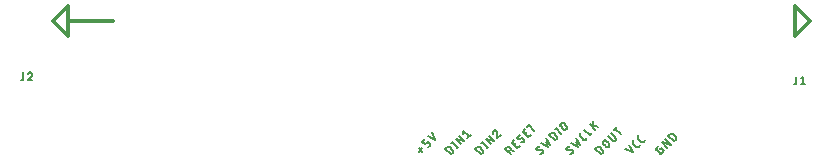
<source format=gbr>
G04 EAGLE Gerber RS-274X export*
G75*
%MOMM*%
%FSLAX34Y34*%
%LPD*%
%INSilkscreen Top*%
%IPPOS*%
%AMOC8*
5,1,8,0,0,1.08239X$1,22.5*%
G01*
%ADD10C,0.152400*%
%ADD11C,0.304800*%


D10*
X341084Y53694D02*
X344197Y56807D01*
X344197Y53694D02*
X341084Y56807D01*
X348677Y57655D02*
X350233Y59211D01*
X350234Y59211D02*
X350285Y59265D01*
X350334Y59321D01*
X350379Y59380D01*
X350422Y59441D01*
X350461Y59504D01*
X350497Y59569D01*
X350530Y59636D01*
X350559Y59704D01*
X350585Y59774D01*
X350607Y59845D01*
X350626Y59917D01*
X350641Y59990D01*
X350652Y60064D01*
X350660Y60138D01*
X350664Y60212D01*
X350664Y60286D01*
X350660Y60360D01*
X350652Y60434D01*
X350641Y60508D01*
X350626Y60581D01*
X350607Y60653D01*
X350585Y60724D01*
X350559Y60794D01*
X350530Y60862D01*
X350497Y60929D01*
X350461Y60994D01*
X350422Y61057D01*
X350379Y61118D01*
X350334Y61177D01*
X350285Y61233D01*
X350234Y61287D01*
X350233Y61286D02*
X349715Y61805D01*
X349715Y61806D02*
X349661Y61857D01*
X349605Y61906D01*
X349546Y61951D01*
X349485Y61994D01*
X349422Y62033D01*
X349357Y62069D01*
X349290Y62102D01*
X349222Y62131D01*
X349152Y62157D01*
X349081Y62179D01*
X349009Y62198D01*
X348936Y62213D01*
X348862Y62224D01*
X348788Y62232D01*
X348714Y62236D01*
X348640Y62236D01*
X348566Y62232D01*
X348492Y62224D01*
X348418Y62213D01*
X348345Y62198D01*
X348273Y62179D01*
X348202Y62157D01*
X348132Y62131D01*
X348064Y62102D01*
X347997Y62069D01*
X347932Y62033D01*
X347869Y61994D01*
X347808Y61951D01*
X347749Y61906D01*
X347693Y61857D01*
X347639Y61806D01*
X347639Y61805D02*
X346083Y60249D01*
X344007Y62324D01*
X346601Y64919D01*
X348920Y67237D02*
X355147Y64124D01*
X352033Y70351D01*
X363630Y56547D02*
X368300Y51878D01*
X363630Y56547D02*
X364927Y57845D01*
X364928Y57844D02*
X364989Y57902D01*
X365053Y57958D01*
X365120Y58011D01*
X365189Y58060D01*
X365260Y58106D01*
X365333Y58149D01*
X365408Y58189D01*
X365484Y58225D01*
X365562Y58257D01*
X365642Y58286D01*
X365723Y58311D01*
X365805Y58332D01*
X365888Y58350D01*
X365972Y58363D01*
X366056Y58373D01*
X366140Y58379D01*
X366225Y58381D01*
X366310Y58379D01*
X366394Y58373D01*
X366478Y58363D01*
X366562Y58350D01*
X366645Y58332D01*
X366727Y58311D01*
X366808Y58286D01*
X366888Y58257D01*
X366966Y58225D01*
X367043Y58189D01*
X367117Y58149D01*
X367191Y58106D01*
X367261Y58060D01*
X367330Y58011D01*
X367397Y57958D01*
X367461Y57902D01*
X367522Y57844D01*
X369597Y55769D01*
X369655Y55708D01*
X369711Y55644D01*
X369764Y55577D01*
X369813Y55508D01*
X369859Y55437D01*
X369902Y55364D01*
X369942Y55289D01*
X369978Y55213D01*
X370010Y55135D01*
X370039Y55055D01*
X370064Y54974D01*
X370085Y54892D01*
X370103Y54809D01*
X370116Y54725D01*
X370126Y54641D01*
X370132Y54557D01*
X370134Y54472D01*
X370132Y54387D01*
X370126Y54303D01*
X370116Y54219D01*
X370103Y54135D01*
X370085Y54052D01*
X370064Y53970D01*
X370039Y53889D01*
X370010Y53809D01*
X369978Y53731D01*
X369942Y53655D01*
X369902Y53580D01*
X369859Y53507D01*
X369813Y53436D01*
X369764Y53367D01*
X369711Y53300D01*
X369655Y53236D01*
X369597Y53175D01*
X368300Y51878D01*
X373908Y57485D02*
X369238Y62155D01*
X374426Y58004D02*
X373389Y56966D01*
X368719Y61636D02*
X369757Y62674D01*
X372251Y65168D02*
X376921Y60499D01*
X379515Y63093D02*
X372251Y65168D01*
X374845Y67763D02*
X379515Y63093D01*
X378634Y69476D02*
X378893Y71811D01*
X383563Y67141D01*
X382266Y65844D02*
X384860Y68438D01*
X389030Y56547D02*
X393700Y51878D01*
X389030Y56547D02*
X390327Y57845D01*
X390328Y57844D02*
X390389Y57902D01*
X390453Y57958D01*
X390520Y58011D01*
X390589Y58060D01*
X390660Y58106D01*
X390733Y58149D01*
X390808Y58189D01*
X390884Y58225D01*
X390962Y58257D01*
X391042Y58286D01*
X391123Y58311D01*
X391205Y58332D01*
X391288Y58350D01*
X391372Y58363D01*
X391456Y58373D01*
X391540Y58379D01*
X391625Y58381D01*
X391710Y58379D01*
X391794Y58373D01*
X391878Y58363D01*
X391962Y58350D01*
X392045Y58332D01*
X392127Y58311D01*
X392208Y58286D01*
X392288Y58257D01*
X392366Y58225D01*
X392443Y58189D01*
X392517Y58149D01*
X392591Y58106D01*
X392661Y58060D01*
X392730Y58011D01*
X392797Y57958D01*
X392861Y57902D01*
X392922Y57844D01*
X394997Y55769D01*
X395055Y55708D01*
X395111Y55644D01*
X395164Y55577D01*
X395213Y55508D01*
X395259Y55437D01*
X395302Y55364D01*
X395342Y55289D01*
X395378Y55213D01*
X395410Y55135D01*
X395439Y55055D01*
X395464Y54974D01*
X395485Y54892D01*
X395503Y54809D01*
X395516Y54725D01*
X395526Y54641D01*
X395532Y54557D01*
X395534Y54472D01*
X395532Y54387D01*
X395526Y54303D01*
X395516Y54219D01*
X395503Y54135D01*
X395485Y54052D01*
X395464Y53970D01*
X395439Y53889D01*
X395410Y53809D01*
X395378Y53731D01*
X395342Y53655D01*
X395302Y53580D01*
X395259Y53507D01*
X395213Y53436D01*
X395164Y53367D01*
X395111Y53300D01*
X395055Y53236D01*
X394997Y53175D01*
X393700Y51878D01*
X399308Y57485D02*
X394638Y62155D01*
X399826Y58004D02*
X398789Y56966D01*
X394119Y61636D02*
X395157Y62674D01*
X397651Y65168D02*
X402321Y60499D01*
X404915Y63093D02*
X397651Y65168D01*
X400245Y67763D02*
X404915Y63093D01*
X404424Y71940D02*
X404480Y71995D01*
X404540Y72046D01*
X404602Y72095D01*
X404666Y72140D01*
X404732Y72183D01*
X404800Y72222D01*
X404870Y72258D01*
X404941Y72291D01*
X405014Y72320D01*
X405088Y72346D01*
X405164Y72368D01*
X405240Y72386D01*
X405317Y72401D01*
X405395Y72412D01*
X405473Y72420D01*
X405552Y72424D01*
X405630Y72424D01*
X405709Y72420D01*
X405787Y72412D01*
X405865Y72401D01*
X405942Y72386D01*
X406018Y72368D01*
X406094Y72346D01*
X406168Y72320D01*
X406241Y72291D01*
X406312Y72258D01*
X406382Y72222D01*
X406450Y72183D01*
X406516Y72140D01*
X406580Y72095D01*
X406642Y72046D01*
X406702Y71995D01*
X406758Y71940D01*
X404423Y71940D02*
X404362Y71876D01*
X404303Y71809D01*
X404247Y71740D01*
X404194Y71668D01*
X404144Y71595D01*
X404097Y71519D01*
X404054Y71442D01*
X404013Y71363D01*
X403976Y71282D01*
X403943Y71199D01*
X403913Y71116D01*
X403886Y71031D01*
X403863Y70945D01*
X403844Y70858D01*
X403828Y70771D01*
X403816Y70683D01*
X403808Y70594D01*
X403803Y70505D01*
X403802Y70416D01*
X403805Y70328D01*
X403812Y70239D01*
X403822Y70151D01*
X403836Y70063D01*
X403853Y69976D01*
X403875Y69889D01*
X403900Y69804D01*
X403928Y69720D01*
X403960Y69637D01*
X403995Y69555D01*
X404034Y69475D01*
X407277Y70643D02*
X407278Y70723D01*
X407274Y70802D01*
X407267Y70882D01*
X407257Y70961D01*
X407242Y71039D01*
X407225Y71117D01*
X407204Y71194D01*
X407179Y71270D01*
X407151Y71345D01*
X407120Y71418D01*
X407085Y71490D01*
X407047Y71560D01*
X407007Y71629D01*
X406963Y71696D01*
X406916Y71760D01*
X406866Y71823D01*
X406814Y71883D01*
X406758Y71940D01*
X407277Y70643D02*
X407666Y65844D01*
X410260Y68438D01*
X414430Y56547D02*
X419100Y51878D01*
X414430Y56547D02*
X415727Y57845D01*
X415728Y57844D02*
X415789Y57902D01*
X415853Y57958D01*
X415920Y58011D01*
X415989Y58060D01*
X416060Y58106D01*
X416133Y58149D01*
X416208Y58189D01*
X416284Y58225D01*
X416362Y58257D01*
X416442Y58286D01*
X416523Y58311D01*
X416605Y58332D01*
X416688Y58350D01*
X416772Y58363D01*
X416856Y58373D01*
X416940Y58379D01*
X417025Y58381D01*
X417110Y58379D01*
X417194Y58373D01*
X417278Y58363D01*
X417362Y58350D01*
X417445Y58332D01*
X417527Y58311D01*
X417608Y58286D01*
X417688Y58257D01*
X417766Y58225D01*
X417842Y58189D01*
X417917Y58149D01*
X417990Y58106D01*
X418061Y58060D01*
X418130Y58011D01*
X418197Y57958D01*
X418261Y57902D01*
X418322Y57844D01*
X418380Y57783D01*
X418436Y57719D01*
X418489Y57652D01*
X418538Y57583D01*
X418584Y57512D01*
X418627Y57439D01*
X418667Y57364D01*
X418703Y57288D01*
X418735Y57210D01*
X418764Y57130D01*
X418789Y57049D01*
X418810Y56967D01*
X418828Y56884D01*
X418841Y56800D01*
X418851Y56716D01*
X418857Y56632D01*
X418859Y56547D01*
X418857Y56462D01*
X418851Y56378D01*
X418841Y56294D01*
X418828Y56210D01*
X418810Y56127D01*
X418789Y56045D01*
X418764Y55964D01*
X418735Y55884D01*
X418703Y55806D01*
X418667Y55729D01*
X418627Y55655D01*
X418584Y55582D01*
X418538Y55511D01*
X418489Y55442D01*
X418436Y55375D01*
X418380Y55311D01*
X418322Y55250D01*
X417025Y53953D01*
X418581Y55510D02*
X421694Y54472D01*
X424406Y57184D02*
X426482Y59259D01*
X424406Y57184D02*
X419737Y61854D01*
X421812Y63929D01*
X423369Y61335D02*
X421812Y59778D01*
X430084Y62861D02*
X430135Y62915D01*
X430184Y62971D01*
X430229Y63030D01*
X430272Y63091D01*
X430311Y63154D01*
X430347Y63219D01*
X430380Y63286D01*
X430409Y63354D01*
X430435Y63424D01*
X430457Y63495D01*
X430476Y63567D01*
X430491Y63640D01*
X430502Y63714D01*
X430510Y63788D01*
X430514Y63862D01*
X430514Y63936D01*
X430510Y64010D01*
X430502Y64084D01*
X430491Y64158D01*
X430476Y64231D01*
X430457Y64303D01*
X430435Y64374D01*
X430409Y64444D01*
X430380Y64512D01*
X430347Y64579D01*
X430311Y64644D01*
X430272Y64707D01*
X430229Y64768D01*
X430184Y64827D01*
X430135Y64883D01*
X430084Y64937D01*
X430084Y62862D02*
X430004Y62785D01*
X429921Y62710D01*
X429836Y62639D01*
X429748Y62571D01*
X429658Y62506D01*
X429565Y62444D01*
X429470Y62386D01*
X429374Y62331D01*
X429275Y62280D01*
X429174Y62232D01*
X429072Y62188D01*
X428969Y62147D01*
X428864Y62110D01*
X428757Y62077D01*
X428650Y62048D01*
X428542Y62023D01*
X428433Y62001D01*
X428323Y61984D01*
X428212Y61971D01*
X428101Y61961D01*
X427990Y61956D01*
X427879Y61954D01*
X425025Y65066D02*
X424974Y65120D01*
X424925Y65176D01*
X424880Y65235D01*
X424837Y65296D01*
X424798Y65359D01*
X424762Y65424D01*
X424729Y65491D01*
X424700Y65559D01*
X424674Y65629D01*
X424652Y65700D01*
X424633Y65772D01*
X424618Y65845D01*
X424607Y65919D01*
X424599Y65993D01*
X424595Y66067D01*
X424595Y66141D01*
X424599Y66215D01*
X424607Y66289D01*
X424618Y66363D01*
X424633Y66436D01*
X424652Y66508D01*
X424674Y66579D01*
X424700Y66649D01*
X424729Y66717D01*
X424762Y66784D01*
X424798Y66849D01*
X424837Y66912D01*
X424880Y66973D01*
X424925Y67032D01*
X424974Y67088D01*
X425025Y67142D01*
X425100Y67214D01*
X425177Y67284D01*
X425258Y67350D01*
X425340Y67413D01*
X425425Y67473D01*
X425513Y67530D01*
X425602Y67584D01*
X425693Y67634D01*
X425787Y67680D01*
X425881Y67723D01*
X425978Y67763D01*
X426076Y67799D01*
X426175Y67831D01*
X426275Y67859D01*
X426376Y67883D01*
X426478Y67904D01*
X426581Y67920D01*
X426452Y64677D02*
X426380Y64661D01*
X426308Y64648D01*
X426235Y64638D01*
X426161Y64632D01*
X426087Y64630D01*
X426014Y64631D01*
X425940Y64636D01*
X425867Y64645D01*
X425794Y64657D01*
X425722Y64673D01*
X425651Y64693D01*
X425581Y64716D01*
X425512Y64742D01*
X425445Y64772D01*
X425379Y64805D01*
X425315Y64841D01*
X425252Y64880D01*
X425192Y64922D01*
X425134Y64968D01*
X425078Y65016D01*
X425025Y65067D01*
X428657Y65327D02*
X428729Y65343D01*
X428801Y65356D01*
X428874Y65366D01*
X428948Y65372D01*
X429022Y65374D01*
X429095Y65373D01*
X429169Y65368D01*
X429242Y65359D01*
X429315Y65347D01*
X429387Y65331D01*
X429458Y65311D01*
X429528Y65288D01*
X429597Y65262D01*
X429664Y65232D01*
X429730Y65199D01*
X429794Y65163D01*
X429857Y65124D01*
X429917Y65082D01*
X429975Y65036D01*
X430031Y64988D01*
X430084Y64937D01*
X428657Y65326D02*
X426452Y64678D01*
X433717Y66495D02*
X435792Y68570D01*
X433717Y66495D02*
X429047Y71164D01*
X431123Y73240D01*
X432679Y70645D02*
X431123Y69089D01*
X434293Y76410D02*
X438963Y71740D01*
X432996Y75113D02*
X435590Y77707D01*
X446057Y55510D02*
X446108Y55456D01*
X446157Y55400D01*
X446202Y55341D01*
X446245Y55280D01*
X446284Y55217D01*
X446320Y55152D01*
X446353Y55085D01*
X446382Y55017D01*
X446408Y54947D01*
X446430Y54876D01*
X446449Y54804D01*
X446464Y54731D01*
X446475Y54657D01*
X446483Y54583D01*
X446487Y54509D01*
X446487Y54435D01*
X446483Y54361D01*
X446475Y54287D01*
X446464Y54213D01*
X446449Y54140D01*
X446430Y54068D01*
X446408Y53997D01*
X446382Y53927D01*
X446353Y53859D01*
X446320Y53792D01*
X446284Y53727D01*
X446245Y53664D01*
X446202Y53603D01*
X446157Y53544D01*
X446108Y53488D01*
X446057Y53434D01*
X446056Y53434D02*
X445976Y53357D01*
X445893Y53282D01*
X445808Y53211D01*
X445720Y53143D01*
X445630Y53078D01*
X445537Y53016D01*
X445442Y52958D01*
X445346Y52903D01*
X445247Y52852D01*
X445146Y52804D01*
X445044Y52760D01*
X444941Y52719D01*
X444836Y52682D01*
X444729Y52649D01*
X444622Y52620D01*
X444514Y52595D01*
X444405Y52573D01*
X444295Y52556D01*
X444184Y52543D01*
X444073Y52533D01*
X443962Y52528D01*
X443851Y52526D01*
X440998Y55639D02*
X440947Y55693D01*
X440898Y55749D01*
X440853Y55808D01*
X440810Y55869D01*
X440771Y55932D01*
X440735Y55997D01*
X440702Y56064D01*
X440673Y56132D01*
X440647Y56202D01*
X440625Y56273D01*
X440606Y56345D01*
X440591Y56418D01*
X440580Y56492D01*
X440572Y56566D01*
X440568Y56640D01*
X440568Y56714D01*
X440572Y56788D01*
X440580Y56862D01*
X440591Y56936D01*
X440606Y57009D01*
X440625Y57081D01*
X440647Y57152D01*
X440673Y57222D01*
X440702Y57290D01*
X440735Y57357D01*
X440771Y57422D01*
X440810Y57485D01*
X440853Y57546D01*
X440898Y57605D01*
X440947Y57661D01*
X440998Y57715D01*
X441073Y57787D01*
X441150Y57857D01*
X441231Y57923D01*
X441313Y57986D01*
X441398Y58046D01*
X441486Y58103D01*
X441575Y58157D01*
X441666Y58207D01*
X441760Y58253D01*
X441854Y58296D01*
X441951Y58336D01*
X442049Y58372D01*
X442148Y58404D01*
X442248Y58432D01*
X442349Y58456D01*
X442451Y58477D01*
X442554Y58493D01*
X442425Y55249D02*
X442353Y55233D01*
X442281Y55220D01*
X442208Y55210D01*
X442134Y55204D01*
X442060Y55202D01*
X441987Y55203D01*
X441913Y55208D01*
X441840Y55217D01*
X441767Y55229D01*
X441695Y55245D01*
X441624Y55265D01*
X441554Y55288D01*
X441485Y55314D01*
X441418Y55344D01*
X441352Y55377D01*
X441288Y55413D01*
X441225Y55452D01*
X441165Y55494D01*
X441107Y55540D01*
X441051Y55588D01*
X440998Y55639D01*
X444630Y55899D02*
X444702Y55915D01*
X444774Y55928D01*
X444847Y55938D01*
X444921Y55944D01*
X444995Y55946D01*
X445068Y55945D01*
X445142Y55940D01*
X445215Y55931D01*
X445288Y55919D01*
X445360Y55903D01*
X445431Y55883D01*
X445501Y55860D01*
X445570Y55834D01*
X445637Y55804D01*
X445703Y55771D01*
X445767Y55735D01*
X445830Y55696D01*
X445890Y55654D01*
X445948Y55608D01*
X446004Y55560D01*
X446057Y55509D01*
X444630Y55899D02*
X442425Y55250D01*
X444742Y61459D02*
X450449Y57827D01*
X448374Y61978D01*
X452525Y59902D01*
X448893Y65610D01*
X451555Y68272D02*
X456224Y63602D01*
X451555Y68272D02*
X452852Y69569D01*
X452913Y69627D01*
X452977Y69683D01*
X453044Y69736D01*
X453113Y69785D01*
X453184Y69831D01*
X453257Y69874D01*
X453332Y69914D01*
X453408Y69950D01*
X453486Y69982D01*
X453566Y70011D01*
X453647Y70036D01*
X453729Y70057D01*
X453812Y70075D01*
X453896Y70088D01*
X453980Y70098D01*
X454064Y70104D01*
X454149Y70106D01*
X454234Y70104D01*
X454318Y70098D01*
X454402Y70088D01*
X454486Y70075D01*
X454569Y70057D01*
X454651Y70036D01*
X454732Y70011D01*
X454812Y69982D01*
X454890Y69950D01*
X454967Y69914D01*
X455041Y69874D01*
X455115Y69831D01*
X455185Y69785D01*
X455254Y69736D01*
X455321Y69683D01*
X455385Y69627D01*
X455446Y69569D01*
X457522Y67494D01*
X457521Y67493D02*
X457579Y67432D01*
X457635Y67368D01*
X457688Y67301D01*
X457737Y67232D01*
X457783Y67161D01*
X457826Y67088D01*
X457866Y67013D01*
X457902Y66937D01*
X457934Y66859D01*
X457963Y66779D01*
X457988Y66698D01*
X458009Y66616D01*
X458027Y66533D01*
X458040Y66449D01*
X458050Y66365D01*
X458056Y66281D01*
X458058Y66196D01*
X458056Y66111D01*
X458050Y66027D01*
X458040Y65943D01*
X458027Y65859D01*
X458009Y65776D01*
X457988Y65694D01*
X457963Y65613D01*
X457934Y65533D01*
X457902Y65455D01*
X457866Y65379D01*
X457826Y65304D01*
X457783Y65231D01*
X457737Y65160D01*
X457688Y65091D01*
X457635Y65024D01*
X457579Y64960D01*
X457521Y64899D01*
X457522Y64899D02*
X456224Y63602D01*
X461832Y69210D02*
X457162Y73879D01*
X461313Y68691D02*
X462351Y69729D01*
X457681Y74398D02*
X456644Y73361D01*
X461300Y75423D02*
X463376Y73348D01*
X461301Y75423D02*
X461243Y75484D01*
X461187Y75548D01*
X461134Y75615D01*
X461085Y75684D01*
X461039Y75755D01*
X460996Y75828D01*
X460956Y75903D01*
X460920Y75979D01*
X460888Y76057D01*
X460859Y76137D01*
X460834Y76218D01*
X460813Y76300D01*
X460795Y76383D01*
X460782Y76467D01*
X460772Y76551D01*
X460766Y76635D01*
X460764Y76720D01*
X460766Y76805D01*
X460772Y76889D01*
X460782Y76973D01*
X460795Y77057D01*
X460813Y77140D01*
X460834Y77222D01*
X460859Y77303D01*
X460888Y77383D01*
X460920Y77461D01*
X460956Y77537D01*
X460996Y77612D01*
X461039Y77685D01*
X461085Y77756D01*
X461134Y77825D01*
X461187Y77892D01*
X461243Y77956D01*
X461301Y78017D01*
X461362Y78075D01*
X461426Y78131D01*
X461493Y78184D01*
X461562Y78233D01*
X461633Y78279D01*
X461706Y78322D01*
X461781Y78362D01*
X461857Y78398D01*
X461935Y78430D01*
X462015Y78459D01*
X462096Y78484D01*
X462178Y78505D01*
X462261Y78523D01*
X462345Y78536D01*
X462429Y78546D01*
X462513Y78552D01*
X462598Y78554D01*
X462683Y78552D01*
X462767Y78546D01*
X462851Y78536D01*
X462935Y78523D01*
X463018Y78505D01*
X463100Y78484D01*
X463181Y78459D01*
X463261Y78430D01*
X463339Y78398D01*
X463415Y78362D01*
X463490Y78322D01*
X463563Y78279D01*
X463634Y78233D01*
X463703Y78184D01*
X463770Y78131D01*
X463834Y78075D01*
X463895Y78017D01*
X463895Y78018D02*
X465970Y75942D01*
X466028Y75881D01*
X466084Y75817D01*
X466137Y75750D01*
X466186Y75681D01*
X466232Y75610D01*
X466275Y75537D01*
X466315Y75462D01*
X466351Y75386D01*
X466383Y75308D01*
X466412Y75228D01*
X466437Y75147D01*
X466458Y75065D01*
X466476Y74982D01*
X466489Y74898D01*
X466499Y74814D01*
X466505Y74730D01*
X466507Y74645D01*
X466505Y74560D01*
X466499Y74476D01*
X466489Y74392D01*
X466476Y74308D01*
X466458Y74225D01*
X466437Y74143D01*
X466412Y74062D01*
X466383Y73982D01*
X466351Y73904D01*
X466315Y73828D01*
X466275Y73753D01*
X466232Y73680D01*
X466186Y73609D01*
X466137Y73540D01*
X466084Y73473D01*
X466028Y73409D01*
X465970Y73348D01*
X465909Y73290D01*
X465845Y73234D01*
X465778Y73181D01*
X465709Y73132D01*
X465638Y73086D01*
X465565Y73043D01*
X465490Y73003D01*
X465414Y72967D01*
X465336Y72935D01*
X465256Y72906D01*
X465175Y72881D01*
X465093Y72860D01*
X465010Y72842D01*
X464926Y72829D01*
X464842Y72819D01*
X464758Y72813D01*
X464673Y72811D01*
X464588Y72813D01*
X464504Y72819D01*
X464420Y72829D01*
X464336Y72842D01*
X464253Y72860D01*
X464171Y72881D01*
X464090Y72906D01*
X464010Y72935D01*
X463932Y72967D01*
X463856Y73003D01*
X463781Y73043D01*
X463708Y73086D01*
X463637Y73132D01*
X463568Y73181D01*
X463501Y73234D01*
X463437Y73290D01*
X463376Y73348D01*
X471457Y55510D02*
X471508Y55456D01*
X471557Y55400D01*
X471602Y55341D01*
X471645Y55280D01*
X471684Y55217D01*
X471720Y55152D01*
X471753Y55085D01*
X471782Y55017D01*
X471808Y54947D01*
X471830Y54876D01*
X471849Y54804D01*
X471864Y54731D01*
X471875Y54657D01*
X471883Y54583D01*
X471887Y54509D01*
X471887Y54435D01*
X471883Y54361D01*
X471875Y54287D01*
X471864Y54213D01*
X471849Y54140D01*
X471830Y54068D01*
X471808Y53997D01*
X471782Y53927D01*
X471753Y53859D01*
X471720Y53792D01*
X471684Y53727D01*
X471645Y53664D01*
X471602Y53603D01*
X471557Y53544D01*
X471508Y53488D01*
X471457Y53434D01*
X471456Y53434D02*
X471376Y53357D01*
X471293Y53282D01*
X471208Y53211D01*
X471120Y53143D01*
X471030Y53078D01*
X470937Y53016D01*
X470842Y52958D01*
X470746Y52903D01*
X470647Y52852D01*
X470546Y52804D01*
X470444Y52760D01*
X470341Y52719D01*
X470236Y52682D01*
X470129Y52649D01*
X470022Y52620D01*
X469914Y52595D01*
X469805Y52573D01*
X469695Y52556D01*
X469584Y52543D01*
X469473Y52533D01*
X469362Y52528D01*
X469251Y52526D01*
X466398Y55639D02*
X466347Y55693D01*
X466298Y55749D01*
X466253Y55808D01*
X466210Y55869D01*
X466171Y55932D01*
X466135Y55997D01*
X466102Y56064D01*
X466073Y56132D01*
X466047Y56202D01*
X466025Y56273D01*
X466006Y56345D01*
X465991Y56418D01*
X465980Y56492D01*
X465972Y56566D01*
X465968Y56640D01*
X465968Y56714D01*
X465972Y56788D01*
X465980Y56862D01*
X465991Y56936D01*
X466006Y57009D01*
X466025Y57081D01*
X466047Y57152D01*
X466073Y57222D01*
X466102Y57290D01*
X466135Y57357D01*
X466171Y57422D01*
X466210Y57485D01*
X466253Y57546D01*
X466298Y57605D01*
X466347Y57661D01*
X466398Y57715D01*
X466473Y57787D01*
X466550Y57857D01*
X466631Y57923D01*
X466713Y57986D01*
X466798Y58046D01*
X466886Y58103D01*
X466975Y58157D01*
X467066Y58207D01*
X467160Y58253D01*
X467254Y58296D01*
X467351Y58336D01*
X467449Y58372D01*
X467548Y58404D01*
X467648Y58432D01*
X467749Y58456D01*
X467851Y58477D01*
X467954Y58493D01*
X467825Y55249D02*
X467753Y55233D01*
X467681Y55220D01*
X467608Y55210D01*
X467534Y55204D01*
X467460Y55202D01*
X467387Y55203D01*
X467313Y55208D01*
X467240Y55217D01*
X467167Y55229D01*
X467095Y55245D01*
X467024Y55265D01*
X466954Y55288D01*
X466885Y55314D01*
X466818Y55344D01*
X466752Y55377D01*
X466688Y55413D01*
X466625Y55452D01*
X466565Y55494D01*
X466507Y55540D01*
X466451Y55588D01*
X466398Y55639D01*
X470030Y55899D02*
X470102Y55915D01*
X470174Y55928D01*
X470247Y55938D01*
X470321Y55944D01*
X470395Y55946D01*
X470468Y55945D01*
X470542Y55940D01*
X470615Y55931D01*
X470688Y55919D01*
X470760Y55903D01*
X470831Y55883D01*
X470901Y55860D01*
X470970Y55834D01*
X471037Y55804D01*
X471103Y55771D01*
X471167Y55735D01*
X471230Y55696D01*
X471290Y55654D01*
X471348Y55608D01*
X471404Y55560D01*
X471457Y55509D01*
X470030Y55899D02*
X467825Y55250D01*
X470142Y61459D02*
X475849Y57827D01*
X473774Y61978D01*
X477925Y59902D01*
X474293Y65610D01*
X482465Y64442D02*
X483502Y65480D01*
X482465Y64442D02*
X482411Y64391D01*
X482355Y64342D01*
X482296Y64297D01*
X482235Y64254D01*
X482172Y64215D01*
X482107Y64179D01*
X482040Y64146D01*
X481972Y64117D01*
X481902Y64091D01*
X481831Y64069D01*
X481759Y64050D01*
X481686Y64035D01*
X481612Y64024D01*
X481538Y64016D01*
X481464Y64012D01*
X481390Y64012D01*
X481316Y64016D01*
X481242Y64024D01*
X481168Y64035D01*
X481095Y64050D01*
X481023Y64069D01*
X480952Y64091D01*
X480882Y64117D01*
X480814Y64146D01*
X480747Y64179D01*
X480682Y64215D01*
X480619Y64254D01*
X480558Y64297D01*
X480499Y64342D01*
X480443Y64391D01*
X480389Y64442D01*
X477795Y67037D01*
X477795Y67036D02*
X477744Y67090D01*
X477695Y67146D01*
X477650Y67205D01*
X477607Y67266D01*
X477568Y67329D01*
X477532Y67394D01*
X477499Y67461D01*
X477470Y67529D01*
X477444Y67599D01*
X477422Y67670D01*
X477403Y67742D01*
X477388Y67815D01*
X477377Y67889D01*
X477369Y67963D01*
X477365Y68037D01*
X477365Y68111D01*
X477369Y68185D01*
X477377Y68259D01*
X477388Y68333D01*
X477403Y68406D01*
X477422Y68478D01*
X477444Y68549D01*
X477470Y68619D01*
X477499Y68687D01*
X477532Y68754D01*
X477568Y68819D01*
X477607Y68882D01*
X477650Y68943D01*
X477695Y69002D01*
X477744Y69058D01*
X477795Y69112D01*
X478833Y70150D01*
X481282Y72599D02*
X485952Y67930D01*
X488027Y70005D01*
X490546Y72524D02*
X485876Y77193D01*
X488471Y79788D02*
X488730Y74340D01*
X488730Y76415D02*
X493140Y75118D01*
X490630Y56547D02*
X495300Y51878D01*
X490630Y56547D02*
X491927Y57845D01*
X491928Y57844D02*
X491989Y57902D01*
X492053Y57958D01*
X492120Y58011D01*
X492189Y58060D01*
X492260Y58106D01*
X492333Y58149D01*
X492408Y58189D01*
X492484Y58225D01*
X492562Y58257D01*
X492642Y58286D01*
X492723Y58311D01*
X492805Y58332D01*
X492888Y58350D01*
X492972Y58363D01*
X493056Y58373D01*
X493140Y58379D01*
X493225Y58381D01*
X493310Y58379D01*
X493394Y58373D01*
X493478Y58363D01*
X493562Y58350D01*
X493645Y58332D01*
X493727Y58311D01*
X493808Y58286D01*
X493888Y58257D01*
X493966Y58225D01*
X494043Y58189D01*
X494117Y58149D01*
X494191Y58106D01*
X494261Y58060D01*
X494330Y58011D01*
X494397Y57958D01*
X494461Y57902D01*
X494522Y57844D01*
X496597Y55769D01*
X496655Y55708D01*
X496711Y55644D01*
X496764Y55577D01*
X496813Y55508D01*
X496859Y55437D01*
X496902Y55364D01*
X496942Y55289D01*
X496978Y55213D01*
X497010Y55135D01*
X497039Y55055D01*
X497064Y54974D01*
X497085Y54892D01*
X497103Y54809D01*
X497116Y54725D01*
X497126Y54641D01*
X497132Y54557D01*
X497134Y54472D01*
X497132Y54387D01*
X497126Y54303D01*
X497116Y54219D01*
X497103Y54135D01*
X497085Y54052D01*
X497064Y53970D01*
X497039Y53889D01*
X497010Y53809D01*
X496978Y53731D01*
X496942Y53655D01*
X496902Y53580D01*
X496859Y53507D01*
X496813Y53436D01*
X496764Y53367D01*
X496711Y53300D01*
X496655Y53236D01*
X496597Y53175D01*
X495300Y51878D01*
X499348Y58520D02*
X497272Y60595D01*
X497273Y60595D02*
X497215Y60656D01*
X497159Y60720D01*
X497106Y60787D01*
X497057Y60856D01*
X497011Y60927D01*
X496968Y61000D01*
X496928Y61075D01*
X496892Y61151D01*
X496860Y61229D01*
X496831Y61309D01*
X496806Y61390D01*
X496785Y61472D01*
X496767Y61555D01*
X496754Y61639D01*
X496744Y61723D01*
X496738Y61807D01*
X496736Y61892D01*
X496738Y61977D01*
X496744Y62061D01*
X496754Y62145D01*
X496767Y62229D01*
X496785Y62312D01*
X496806Y62394D01*
X496831Y62475D01*
X496860Y62555D01*
X496892Y62633D01*
X496928Y62709D01*
X496968Y62784D01*
X497011Y62857D01*
X497057Y62928D01*
X497106Y62997D01*
X497159Y63064D01*
X497215Y63128D01*
X497273Y63189D01*
X497334Y63247D01*
X497398Y63303D01*
X497465Y63356D01*
X497534Y63405D01*
X497605Y63451D01*
X497678Y63494D01*
X497753Y63534D01*
X497829Y63570D01*
X497907Y63602D01*
X497987Y63631D01*
X498068Y63656D01*
X498150Y63677D01*
X498233Y63695D01*
X498317Y63708D01*
X498401Y63718D01*
X498485Y63724D01*
X498570Y63726D01*
X498655Y63724D01*
X498739Y63718D01*
X498823Y63708D01*
X498907Y63695D01*
X498990Y63677D01*
X499072Y63656D01*
X499153Y63631D01*
X499233Y63602D01*
X499311Y63570D01*
X499387Y63534D01*
X499462Y63494D01*
X499535Y63451D01*
X499606Y63405D01*
X499675Y63356D01*
X499742Y63303D01*
X499806Y63247D01*
X499867Y63189D01*
X499867Y63190D02*
X501942Y61114D01*
X502000Y61053D01*
X502056Y60989D01*
X502109Y60922D01*
X502158Y60853D01*
X502204Y60782D01*
X502247Y60709D01*
X502287Y60634D01*
X502323Y60558D01*
X502355Y60480D01*
X502384Y60400D01*
X502409Y60319D01*
X502430Y60237D01*
X502448Y60154D01*
X502461Y60070D01*
X502471Y59986D01*
X502477Y59902D01*
X502479Y59817D01*
X502477Y59732D01*
X502471Y59648D01*
X502461Y59564D01*
X502448Y59480D01*
X502430Y59397D01*
X502409Y59315D01*
X502384Y59234D01*
X502355Y59154D01*
X502323Y59076D01*
X502287Y59000D01*
X502247Y58925D01*
X502204Y58852D01*
X502158Y58781D01*
X502109Y58712D01*
X502056Y58645D01*
X502000Y58581D01*
X501942Y58520D01*
X501881Y58462D01*
X501817Y58406D01*
X501750Y58353D01*
X501681Y58304D01*
X501610Y58258D01*
X501537Y58215D01*
X501462Y58175D01*
X501386Y58139D01*
X501308Y58107D01*
X501228Y58078D01*
X501147Y58053D01*
X501065Y58032D01*
X500982Y58014D01*
X500898Y58001D01*
X500814Y57991D01*
X500730Y57985D01*
X500645Y57983D01*
X500560Y57985D01*
X500476Y57991D01*
X500392Y58001D01*
X500308Y58014D01*
X500225Y58032D01*
X500143Y58053D01*
X500062Y58078D01*
X499982Y58107D01*
X499904Y58139D01*
X499828Y58175D01*
X499753Y58215D01*
X499680Y58258D01*
X499609Y58304D01*
X499540Y58353D01*
X499473Y58406D01*
X499409Y58462D01*
X499348Y58520D01*
X504693Y63865D02*
X501320Y67237D01*
X504693Y63865D02*
X504754Y63807D01*
X504818Y63751D01*
X504885Y63698D01*
X504954Y63649D01*
X505025Y63603D01*
X505098Y63560D01*
X505173Y63520D01*
X505249Y63484D01*
X505327Y63452D01*
X505407Y63423D01*
X505488Y63398D01*
X505570Y63377D01*
X505653Y63359D01*
X505737Y63346D01*
X505821Y63336D01*
X505905Y63330D01*
X505990Y63328D01*
X506075Y63330D01*
X506159Y63336D01*
X506243Y63346D01*
X506327Y63359D01*
X506410Y63377D01*
X506492Y63398D01*
X506573Y63423D01*
X506653Y63452D01*
X506731Y63484D01*
X506807Y63520D01*
X506882Y63560D01*
X506955Y63603D01*
X507026Y63649D01*
X507095Y63698D01*
X507162Y63751D01*
X507226Y63807D01*
X507287Y63865D01*
X507345Y63926D01*
X507401Y63990D01*
X507454Y64057D01*
X507503Y64126D01*
X507549Y64197D01*
X507592Y64270D01*
X507632Y64345D01*
X507668Y64421D01*
X507700Y64499D01*
X507729Y64579D01*
X507754Y64660D01*
X507775Y64742D01*
X507793Y64825D01*
X507806Y64909D01*
X507816Y64993D01*
X507822Y65077D01*
X507824Y65162D01*
X507822Y65247D01*
X507816Y65331D01*
X507806Y65415D01*
X507793Y65499D01*
X507775Y65582D01*
X507754Y65664D01*
X507729Y65745D01*
X507700Y65825D01*
X507668Y65903D01*
X507632Y65979D01*
X507592Y66054D01*
X507549Y66127D01*
X507503Y66198D01*
X507454Y66267D01*
X507401Y66334D01*
X507345Y66398D01*
X507287Y66459D01*
X503915Y69832D01*
X507618Y73535D02*
X512287Y68865D01*
X508915Y74832D02*
X506320Y72238D01*
X516030Y56547D02*
X522257Y53434D01*
X519143Y59661D01*
X527145Y58322D02*
X528182Y59360D01*
X527145Y58322D02*
X527091Y58271D01*
X527035Y58222D01*
X526976Y58177D01*
X526915Y58134D01*
X526852Y58095D01*
X526787Y58059D01*
X526720Y58026D01*
X526652Y57997D01*
X526582Y57971D01*
X526511Y57949D01*
X526439Y57930D01*
X526366Y57915D01*
X526292Y57904D01*
X526218Y57896D01*
X526144Y57892D01*
X526070Y57892D01*
X525996Y57896D01*
X525922Y57904D01*
X525848Y57915D01*
X525775Y57930D01*
X525703Y57949D01*
X525632Y57971D01*
X525562Y57997D01*
X525494Y58026D01*
X525427Y58059D01*
X525362Y58095D01*
X525299Y58134D01*
X525238Y58177D01*
X525179Y58222D01*
X525123Y58271D01*
X525069Y58322D01*
X522475Y60917D01*
X522475Y60916D02*
X522424Y60970D01*
X522375Y61026D01*
X522330Y61085D01*
X522287Y61146D01*
X522248Y61209D01*
X522212Y61274D01*
X522179Y61341D01*
X522150Y61409D01*
X522124Y61479D01*
X522102Y61550D01*
X522083Y61622D01*
X522068Y61695D01*
X522057Y61769D01*
X522049Y61843D01*
X522045Y61917D01*
X522045Y61991D01*
X522049Y62065D01*
X522057Y62139D01*
X522068Y62213D01*
X522083Y62286D01*
X522102Y62358D01*
X522124Y62429D01*
X522150Y62499D01*
X522179Y62567D01*
X522212Y62634D01*
X522248Y62699D01*
X522287Y62762D01*
X522330Y62823D01*
X522375Y62882D01*
X522424Y62938D01*
X522475Y62992D01*
X523513Y64030D01*
X531455Y62633D02*
X532493Y63670D01*
X531455Y62632D02*
X531401Y62581D01*
X531345Y62532D01*
X531286Y62487D01*
X531225Y62444D01*
X531162Y62405D01*
X531097Y62369D01*
X531030Y62336D01*
X530962Y62307D01*
X530892Y62281D01*
X530821Y62259D01*
X530749Y62240D01*
X530676Y62225D01*
X530602Y62214D01*
X530528Y62206D01*
X530454Y62202D01*
X530380Y62202D01*
X530306Y62206D01*
X530232Y62214D01*
X530158Y62225D01*
X530085Y62240D01*
X530013Y62259D01*
X529942Y62281D01*
X529872Y62307D01*
X529804Y62336D01*
X529737Y62369D01*
X529672Y62405D01*
X529609Y62444D01*
X529548Y62487D01*
X529489Y62532D01*
X529433Y62581D01*
X529379Y62632D01*
X529380Y62633D02*
X526785Y65227D01*
X526734Y65281D01*
X526685Y65337D01*
X526640Y65396D01*
X526597Y65457D01*
X526558Y65520D01*
X526522Y65585D01*
X526489Y65652D01*
X526460Y65720D01*
X526434Y65790D01*
X526412Y65861D01*
X526393Y65933D01*
X526378Y66006D01*
X526367Y66080D01*
X526359Y66154D01*
X526355Y66228D01*
X526355Y66302D01*
X526359Y66376D01*
X526367Y66450D01*
X526378Y66524D01*
X526393Y66597D01*
X526412Y66669D01*
X526434Y66740D01*
X526460Y66810D01*
X526489Y66878D01*
X526522Y66945D01*
X526558Y67010D01*
X526597Y67073D01*
X526640Y67134D01*
X526685Y67193D01*
X526734Y67249D01*
X526785Y67303D01*
X526785Y67302D02*
X527823Y68340D01*
X545322Y56288D02*
X546100Y57066D01*
X548694Y54472D01*
X547138Y52915D01*
X547084Y52864D01*
X547028Y52815D01*
X546969Y52770D01*
X546908Y52727D01*
X546845Y52688D01*
X546780Y52652D01*
X546713Y52619D01*
X546645Y52590D01*
X546575Y52564D01*
X546504Y52542D01*
X546432Y52523D01*
X546359Y52508D01*
X546285Y52497D01*
X546211Y52489D01*
X546137Y52485D01*
X546063Y52485D01*
X545989Y52489D01*
X545915Y52497D01*
X545841Y52508D01*
X545768Y52523D01*
X545696Y52542D01*
X545625Y52564D01*
X545555Y52590D01*
X545487Y52619D01*
X545420Y52652D01*
X545355Y52688D01*
X545292Y52727D01*
X545231Y52770D01*
X545172Y52815D01*
X545116Y52864D01*
X545062Y52915D01*
X542468Y55510D01*
X542468Y55509D02*
X542417Y55563D01*
X542368Y55619D01*
X542323Y55678D01*
X542280Y55739D01*
X542241Y55802D01*
X542205Y55867D01*
X542172Y55934D01*
X542143Y56002D01*
X542117Y56072D01*
X542095Y56143D01*
X542076Y56215D01*
X542061Y56288D01*
X542050Y56362D01*
X542042Y56436D01*
X542038Y56510D01*
X542038Y56584D01*
X542042Y56658D01*
X542050Y56732D01*
X542061Y56806D01*
X542076Y56879D01*
X542095Y56951D01*
X542117Y57022D01*
X542143Y57092D01*
X542172Y57160D01*
X542205Y57227D01*
X542241Y57292D01*
X542280Y57355D01*
X542323Y57416D01*
X542368Y57475D01*
X542417Y57531D01*
X542468Y57585D01*
X544025Y59142D01*
X546948Y62065D02*
X551617Y57395D01*
X554212Y59989D02*
X546948Y62065D01*
X549542Y64659D02*
X554212Y59989D01*
X557135Y62913D02*
X552465Y67582D01*
X553762Y68879D01*
X553823Y68937D01*
X553887Y68993D01*
X553954Y69046D01*
X554023Y69095D01*
X554094Y69141D01*
X554167Y69184D01*
X554242Y69224D01*
X554318Y69260D01*
X554396Y69292D01*
X554476Y69321D01*
X554557Y69346D01*
X554639Y69367D01*
X554722Y69385D01*
X554806Y69398D01*
X554890Y69408D01*
X554974Y69414D01*
X555059Y69416D01*
X555144Y69414D01*
X555228Y69408D01*
X555312Y69398D01*
X555396Y69385D01*
X555479Y69367D01*
X555561Y69346D01*
X555642Y69321D01*
X555722Y69292D01*
X555800Y69260D01*
X555877Y69224D01*
X555951Y69184D01*
X556025Y69141D01*
X556095Y69095D01*
X556164Y69046D01*
X556231Y68993D01*
X556295Y68937D01*
X556356Y68879D01*
X556357Y68879D02*
X558432Y66804D01*
X558490Y66743D01*
X558546Y66679D01*
X558599Y66612D01*
X558648Y66543D01*
X558694Y66472D01*
X558737Y66399D01*
X558777Y66324D01*
X558813Y66248D01*
X558845Y66170D01*
X558874Y66090D01*
X558899Y66009D01*
X558920Y65927D01*
X558938Y65844D01*
X558951Y65760D01*
X558961Y65676D01*
X558967Y65592D01*
X558969Y65507D01*
X558967Y65422D01*
X558961Y65338D01*
X558951Y65254D01*
X558938Y65170D01*
X558920Y65087D01*
X558899Y65005D01*
X558874Y64924D01*
X558845Y64844D01*
X558813Y64766D01*
X558777Y64690D01*
X558737Y64615D01*
X558694Y64542D01*
X558648Y64471D01*
X558599Y64402D01*
X558546Y64335D01*
X558490Y64271D01*
X558432Y64210D01*
X557135Y62913D01*
D11*
X44450Y177800D02*
X31750Y165100D01*
X44450Y165100D02*
X44450Y177800D01*
X44450Y165100D02*
X44450Y152400D01*
X31750Y165100D01*
X44450Y165100D02*
X82550Y165100D01*
D10*
X6236Y121412D02*
X6236Y116276D01*
X6237Y116276D02*
X6235Y116202D01*
X6229Y116127D01*
X6220Y116054D01*
X6207Y115980D01*
X6190Y115908D01*
X6170Y115837D01*
X6146Y115766D01*
X6118Y115697D01*
X6087Y115629D01*
X6053Y115564D01*
X6015Y115499D01*
X5974Y115437D01*
X5930Y115377D01*
X5883Y115320D01*
X5833Y115265D01*
X5780Y115212D01*
X5725Y115162D01*
X5668Y115115D01*
X5608Y115071D01*
X5546Y115030D01*
X5481Y114992D01*
X5415Y114958D01*
X5348Y114927D01*
X5279Y114899D01*
X5208Y114875D01*
X5137Y114855D01*
X5064Y114838D01*
X4991Y114825D01*
X4917Y114816D01*
X4843Y114810D01*
X4769Y114808D01*
X4768Y114808D02*
X4035Y114808D01*
X12094Y121412D02*
X12173Y121410D01*
X12251Y121405D01*
X12329Y121395D01*
X12406Y121382D01*
X12483Y121365D01*
X12559Y121345D01*
X12634Y121321D01*
X12708Y121294D01*
X12780Y121263D01*
X12851Y121228D01*
X12920Y121191D01*
X12987Y121150D01*
X13052Y121106D01*
X13115Y121059D01*
X13175Y121009D01*
X13233Y120956D01*
X13289Y120900D01*
X13342Y120842D01*
X13392Y120782D01*
X13439Y120719D01*
X13483Y120654D01*
X13524Y120587D01*
X13561Y120518D01*
X13596Y120447D01*
X13627Y120375D01*
X13654Y120301D01*
X13678Y120226D01*
X13698Y120150D01*
X13715Y120073D01*
X13728Y119996D01*
X13738Y119918D01*
X13743Y119840D01*
X13745Y119761D01*
X12094Y121412D02*
X12005Y121410D01*
X11916Y121405D01*
X11828Y121395D01*
X11740Y121382D01*
X11653Y121366D01*
X11566Y121345D01*
X11481Y121321D01*
X11396Y121294D01*
X11313Y121263D01*
X11231Y121228D01*
X11150Y121190D01*
X11071Y121149D01*
X10995Y121105D01*
X10919Y121057D01*
X10846Y121006D01*
X10776Y120953D01*
X10707Y120896D01*
X10641Y120836D01*
X10578Y120774D01*
X10517Y120709D01*
X10459Y120642D01*
X10404Y120572D01*
X10351Y120500D01*
X10302Y120426D01*
X10256Y120350D01*
X10214Y120272D01*
X10174Y120192D01*
X10138Y120111D01*
X10105Y120028D01*
X10076Y119944D01*
X13195Y118477D02*
X13251Y118533D01*
X13305Y118592D01*
X13356Y118653D01*
X13405Y118717D01*
X13450Y118782D01*
X13493Y118850D01*
X13532Y118919D01*
X13569Y118990D01*
X13602Y119063D01*
X13631Y119137D01*
X13658Y119212D01*
X13681Y119288D01*
X13700Y119366D01*
X13716Y119444D01*
X13729Y119522D01*
X13738Y119602D01*
X13743Y119681D01*
X13745Y119761D01*
X13195Y118477D02*
X10076Y114808D01*
X13745Y114808D01*
D11*
X659638Y152400D02*
X672338Y165100D01*
X659638Y152400D02*
X659638Y177800D01*
X672338Y165100D01*
D10*
X660794Y117602D02*
X660794Y112466D01*
X660792Y112392D01*
X660786Y112317D01*
X660777Y112244D01*
X660764Y112170D01*
X660747Y112098D01*
X660727Y112027D01*
X660703Y111956D01*
X660675Y111887D01*
X660644Y111819D01*
X660610Y111754D01*
X660572Y111689D01*
X660531Y111627D01*
X660487Y111567D01*
X660440Y111510D01*
X660390Y111455D01*
X660337Y111402D01*
X660282Y111352D01*
X660225Y111305D01*
X660165Y111261D01*
X660103Y111220D01*
X660038Y111182D01*
X659972Y111148D01*
X659905Y111117D01*
X659836Y111089D01*
X659765Y111065D01*
X659694Y111045D01*
X659621Y111028D01*
X659548Y111015D01*
X659474Y111006D01*
X659400Y111000D01*
X659326Y110998D01*
X658593Y110998D01*
X664634Y116134D02*
X666469Y117602D01*
X666469Y110998D01*
X668303Y110998D02*
X664634Y110998D01*
M02*

</source>
